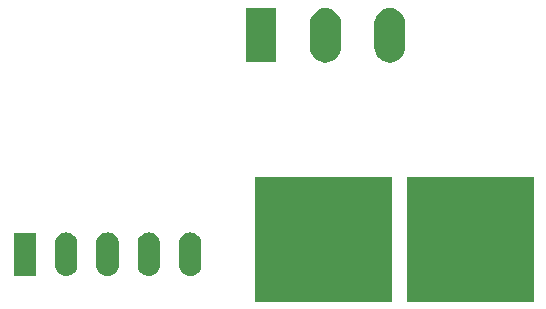
<source format=gbs>
G04 #@! TF.GenerationSoftware,KiCad,Pcbnew,(5.1.2)-2*
G04 #@! TF.CreationDate,2021-03-22T02:30:38-04:00*
G04 #@! TF.ProjectId,Repowered_Electronic_Load_Module,5265706f-7765-4726-9564-5f456c656374,rev?*
G04 #@! TF.SameCoordinates,Original*
G04 #@! TF.FileFunction,Soldermask,Bot*
G04 #@! TF.FilePolarity,Negative*
%FSLAX46Y46*%
G04 Gerber Fmt 4.6, Leading zero omitted, Abs format (unit mm)*
G04 Created by KiCad (PCBNEW (5.1.2)-2) date 2021-03-22 02:30:38*
%MOMM*%
%LPD*%
G04 APERTURE LIST*
%ADD10C,0.100000*%
G04 APERTURE END LIST*
D10*
G36*
X125500000Y-75000000D02*
G01*
X113975000Y-75000000D01*
X113975000Y-64500000D01*
X125500000Y-64500000D01*
X125500000Y-75000000D01*
G37*
X125500000Y-75000000D02*
X113975000Y-75000000D01*
X113975000Y-64500000D01*
X125500000Y-64500000D01*
X125500000Y-75000000D01*
G36*
X137500000Y-75000000D02*
G01*
X126825000Y-75000000D01*
X126825000Y-64500000D01*
X137500000Y-64500000D01*
X137500000Y-75000000D01*
G37*
X137500000Y-75000000D02*
X126825000Y-75000000D01*
X126825000Y-64500000D01*
X137500000Y-64500000D01*
X137500000Y-75000000D01*
G36*
X120298156Y-65922794D02*
G01*
X121019140Y-66066206D01*
X121810972Y-66394193D01*
X122523601Y-66870357D01*
X123129643Y-67476399D01*
X123605807Y-68189028D01*
X123933794Y-68980860D01*
X124060747Y-69619097D01*
X124093609Y-69784304D01*
X124101000Y-69821464D01*
X124101000Y-70678536D01*
X123933794Y-71519140D01*
X123605807Y-72310972D01*
X123129643Y-73023601D01*
X122523601Y-73629643D01*
X121810972Y-74105807D01*
X121019140Y-74433794D01*
X120298156Y-74577206D01*
X120178537Y-74601000D01*
X119321463Y-74601000D01*
X119201844Y-74577206D01*
X118480860Y-74433794D01*
X117689028Y-74105807D01*
X116976399Y-73629643D01*
X116370357Y-73023601D01*
X115894193Y-72310972D01*
X115566206Y-71519140D01*
X115399000Y-70678536D01*
X115399000Y-69821464D01*
X115406392Y-69784304D01*
X115439253Y-69619097D01*
X115566206Y-68980860D01*
X115894193Y-68189028D01*
X116370357Y-67476399D01*
X116976399Y-66870357D01*
X117689028Y-66394193D01*
X118480860Y-66066206D01*
X119201844Y-65922794D01*
X119321463Y-65899000D01*
X120178537Y-65899000D01*
X120298156Y-65922794D01*
X120298156Y-65922794D01*
G37*
G36*
X132998156Y-65922794D02*
G01*
X133719140Y-66066206D01*
X134510972Y-66394193D01*
X135223601Y-66870357D01*
X135829643Y-67476399D01*
X136305807Y-68189028D01*
X136633794Y-68980860D01*
X136760747Y-69619097D01*
X136793609Y-69784304D01*
X136801000Y-69821464D01*
X136801000Y-70678536D01*
X136633794Y-71519140D01*
X136305807Y-72310972D01*
X135829643Y-73023601D01*
X135223601Y-73629643D01*
X134510972Y-74105807D01*
X133719140Y-74433794D01*
X132998156Y-74577206D01*
X132878537Y-74601000D01*
X132021463Y-74601000D01*
X131901844Y-74577206D01*
X131180860Y-74433794D01*
X130389028Y-74105807D01*
X129676399Y-73629643D01*
X129070357Y-73023601D01*
X128594193Y-72310972D01*
X128266206Y-71519140D01*
X128099000Y-70678536D01*
X128099000Y-69821464D01*
X128106392Y-69784304D01*
X128139253Y-69619097D01*
X128266206Y-68980860D01*
X128594193Y-68189028D01*
X129070357Y-67476399D01*
X129676399Y-66870357D01*
X130389028Y-66394193D01*
X131180860Y-66066206D01*
X131901844Y-65922794D01*
X132021463Y-65899000D01*
X132878537Y-65899000D01*
X132998156Y-65922794D01*
X132998156Y-65922794D01*
G37*
G36*
X105186424Y-69212760D02*
G01*
X105186427Y-69212761D01*
X105186428Y-69212761D01*
X105365692Y-69267140D01*
X105365695Y-69267142D01*
X105365696Y-69267142D01*
X105530903Y-69355446D01*
X105675712Y-69474288D01*
X105794554Y-69619097D01*
X105863988Y-69749000D01*
X105882860Y-69784307D01*
X105937239Y-69963571D01*
X105937240Y-69963575D01*
X105951000Y-70103282D01*
X105951000Y-71996718D01*
X105937240Y-72136425D01*
X105937239Y-72136428D01*
X105937239Y-72136429D01*
X105882860Y-72315693D01*
X105882858Y-72315696D01*
X105882858Y-72315697D01*
X105794554Y-72480903D01*
X105675712Y-72625712D01*
X105530903Y-72744554D01*
X105383425Y-72823382D01*
X105365693Y-72832860D01*
X105186429Y-72887239D01*
X105186428Y-72887239D01*
X105186425Y-72887240D01*
X105000000Y-72905601D01*
X104813576Y-72887240D01*
X104813573Y-72887239D01*
X104813572Y-72887239D01*
X104634308Y-72832860D01*
X104616576Y-72823382D01*
X104469098Y-72744554D01*
X104324289Y-72625712D01*
X104205447Y-72480903D01*
X104117143Y-72315697D01*
X104117143Y-72315696D01*
X104117141Y-72315693D01*
X104062762Y-72136429D01*
X104062762Y-72136428D01*
X104062761Y-72136425D01*
X104049000Y-71996717D01*
X104049000Y-70103283D01*
X104062760Y-69963576D01*
X104062761Y-69963572D01*
X104117140Y-69784308D01*
X104117143Y-69784303D01*
X104205446Y-69619097D01*
X104324288Y-69474288D01*
X104469097Y-69355446D01*
X104634303Y-69267142D01*
X104634304Y-69267142D01*
X104634307Y-69267140D01*
X104813571Y-69212761D01*
X104813572Y-69212761D01*
X104813575Y-69212760D01*
X105000000Y-69194399D01*
X105186424Y-69212760D01*
X105186424Y-69212760D01*
G37*
G36*
X108686424Y-69212760D02*
G01*
X108686427Y-69212761D01*
X108686428Y-69212761D01*
X108865692Y-69267140D01*
X108865695Y-69267142D01*
X108865696Y-69267142D01*
X109030903Y-69355446D01*
X109175712Y-69474288D01*
X109294554Y-69619097D01*
X109363988Y-69749000D01*
X109382860Y-69784307D01*
X109437239Y-69963571D01*
X109437240Y-69963575D01*
X109451000Y-70103282D01*
X109451000Y-71996718D01*
X109437240Y-72136425D01*
X109437239Y-72136428D01*
X109437239Y-72136429D01*
X109382860Y-72315693D01*
X109382858Y-72315696D01*
X109382858Y-72315697D01*
X109294554Y-72480903D01*
X109175712Y-72625712D01*
X109030903Y-72744554D01*
X108883425Y-72823382D01*
X108865693Y-72832860D01*
X108686429Y-72887239D01*
X108686428Y-72887239D01*
X108686425Y-72887240D01*
X108500000Y-72905601D01*
X108313576Y-72887240D01*
X108313573Y-72887239D01*
X108313572Y-72887239D01*
X108134308Y-72832860D01*
X108116576Y-72823382D01*
X107969098Y-72744554D01*
X107824289Y-72625712D01*
X107705447Y-72480903D01*
X107617143Y-72315697D01*
X107617143Y-72315696D01*
X107617141Y-72315693D01*
X107562762Y-72136429D01*
X107562762Y-72136428D01*
X107562761Y-72136425D01*
X107549000Y-71996717D01*
X107549000Y-70103283D01*
X107562760Y-69963576D01*
X107562761Y-69963572D01*
X107617140Y-69784308D01*
X107617143Y-69784303D01*
X107705446Y-69619097D01*
X107824288Y-69474288D01*
X107969097Y-69355446D01*
X108134303Y-69267142D01*
X108134304Y-69267142D01*
X108134307Y-69267140D01*
X108313571Y-69212761D01*
X108313572Y-69212761D01*
X108313575Y-69212760D01*
X108500000Y-69194399D01*
X108686424Y-69212760D01*
X108686424Y-69212760D01*
G37*
G36*
X101686424Y-69212760D02*
G01*
X101686427Y-69212761D01*
X101686428Y-69212761D01*
X101865692Y-69267140D01*
X101865695Y-69267142D01*
X101865696Y-69267142D01*
X102030903Y-69355446D01*
X102175712Y-69474288D01*
X102294554Y-69619097D01*
X102363988Y-69749000D01*
X102382860Y-69784307D01*
X102437239Y-69963571D01*
X102437240Y-69963575D01*
X102451000Y-70103282D01*
X102451000Y-71996718D01*
X102437240Y-72136425D01*
X102437239Y-72136428D01*
X102437239Y-72136429D01*
X102382860Y-72315693D01*
X102382858Y-72315696D01*
X102382858Y-72315697D01*
X102294554Y-72480903D01*
X102175712Y-72625712D01*
X102030903Y-72744554D01*
X101883425Y-72823382D01*
X101865693Y-72832860D01*
X101686429Y-72887239D01*
X101686428Y-72887239D01*
X101686425Y-72887240D01*
X101500000Y-72905601D01*
X101313576Y-72887240D01*
X101313573Y-72887239D01*
X101313572Y-72887239D01*
X101134308Y-72832860D01*
X101116576Y-72823382D01*
X100969098Y-72744554D01*
X100824289Y-72625712D01*
X100705447Y-72480903D01*
X100617143Y-72315697D01*
X100617143Y-72315696D01*
X100617141Y-72315693D01*
X100562762Y-72136429D01*
X100562762Y-72136428D01*
X100562761Y-72136425D01*
X100549000Y-71996717D01*
X100549000Y-70103283D01*
X100562760Y-69963576D01*
X100562761Y-69963572D01*
X100617140Y-69784308D01*
X100617143Y-69784303D01*
X100705446Y-69619097D01*
X100824288Y-69474288D01*
X100969097Y-69355446D01*
X101134303Y-69267142D01*
X101134304Y-69267142D01*
X101134307Y-69267140D01*
X101313571Y-69212761D01*
X101313572Y-69212761D01*
X101313575Y-69212760D01*
X101500000Y-69194399D01*
X101686424Y-69212760D01*
X101686424Y-69212760D01*
G37*
G36*
X98186424Y-69212760D02*
G01*
X98186427Y-69212761D01*
X98186428Y-69212761D01*
X98365692Y-69267140D01*
X98365695Y-69267142D01*
X98365696Y-69267142D01*
X98530903Y-69355446D01*
X98675712Y-69474288D01*
X98794554Y-69619097D01*
X98863988Y-69749000D01*
X98882860Y-69784307D01*
X98937239Y-69963571D01*
X98937240Y-69963575D01*
X98951000Y-70103282D01*
X98951000Y-71996718D01*
X98937240Y-72136425D01*
X98937239Y-72136428D01*
X98937239Y-72136429D01*
X98882860Y-72315693D01*
X98882858Y-72315696D01*
X98882858Y-72315697D01*
X98794554Y-72480903D01*
X98675712Y-72625712D01*
X98530903Y-72744554D01*
X98383425Y-72823382D01*
X98365693Y-72832860D01*
X98186429Y-72887239D01*
X98186428Y-72887239D01*
X98186425Y-72887240D01*
X98000000Y-72905601D01*
X97813576Y-72887240D01*
X97813573Y-72887239D01*
X97813572Y-72887239D01*
X97634308Y-72832860D01*
X97616576Y-72823382D01*
X97469098Y-72744554D01*
X97324289Y-72625712D01*
X97205447Y-72480903D01*
X97117143Y-72315697D01*
X97117143Y-72315696D01*
X97117141Y-72315693D01*
X97062762Y-72136429D01*
X97062762Y-72136428D01*
X97062761Y-72136425D01*
X97049000Y-71996717D01*
X97049000Y-70103283D01*
X97062760Y-69963576D01*
X97062761Y-69963572D01*
X97117140Y-69784308D01*
X97117143Y-69784303D01*
X97205446Y-69619097D01*
X97324288Y-69474288D01*
X97469097Y-69355446D01*
X97634303Y-69267142D01*
X97634304Y-69267142D01*
X97634307Y-69267140D01*
X97813571Y-69212761D01*
X97813572Y-69212761D01*
X97813575Y-69212760D01*
X98000000Y-69194399D01*
X98186424Y-69212760D01*
X98186424Y-69212760D01*
G37*
G36*
X95310915Y-69202934D02*
G01*
X95343424Y-69212795D01*
X95373382Y-69228809D01*
X95399641Y-69250359D01*
X95421191Y-69276618D01*
X95437205Y-69306576D01*
X95447066Y-69339085D01*
X95451000Y-69379029D01*
X95451000Y-72720971D01*
X95447066Y-72760915D01*
X95437205Y-72793424D01*
X95421191Y-72823382D01*
X95399641Y-72849641D01*
X95373382Y-72871191D01*
X95343424Y-72887205D01*
X95310915Y-72897066D01*
X95270971Y-72901000D01*
X93729029Y-72901000D01*
X93689085Y-72897066D01*
X93656576Y-72887205D01*
X93626618Y-72871191D01*
X93600359Y-72849641D01*
X93578809Y-72823382D01*
X93562795Y-72793424D01*
X93552934Y-72760915D01*
X93549000Y-72720971D01*
X93549000Y-69379029D01*
X93552934Y-69339085D01*
X93562795Y-69306576D01*
X93578809Y-69276618D01*
X93600359Y-69250359D01*
X93626618Y-69228809D01*
X93656576Y-69212795D01*
X93689085Y-69202934D01*
X93729029Y-69199000D01*
X95270971Y-69199000D01*
X95310915Y-69202934D01*
X95310915Y-69202934D01*
G37*
G36*
X125655039Y-50217825D02*
G01*
X125900279Y-50292218D01*
X126126293Y-50413025D01*
X126324396Y-50575604D01*
X126486975Y-50773706D01*
X126607782Y-50999720D01*
X126682175Y-51244960D01*
X126701000Y-51436095D01*
X126701000Y-53563905D01*
X126682175Y-53755040D01*
X126607782Y-54000280D01*
X126486975Y-54226294D01*
X126444624Y-54277899D01*
X126324397Y-54424397D01*
X126177899Y-54544624D01*
X126126294Y-54586975D01*
X125900280Y-54707782D01*
X125655040Y-54782175D01*
X125400000Y-54807294D01*
X125144961Y-54782175D01*
X124899721Y-54707782D01*
X124673707Y-54586975D01*
X124622102Y-54544624D01*
X124475604Y-54424397D01*
X124355377Y-54277899D01*
X124313026Y-54226294D01*
X124192219Y-54000280D01*
X124117826Y-53755040D01*
X124099001Y-53563905D01*
X124099000Y-51436096D01*
X124117825Y-51244961D01*
X124192218Y-50999721D01*
X124313025Y-50773707D01*
X124475604Y-50575604D01*
X124673706Y-50413025D01*
X124673705Y-50413025D01*
X124673707Y-50413024D01*
X124899718Y-50292219D01*
X124899720Y-50292218D01*
X125144960Y-50217825D01*
X125400000Y-50192706D01*
X125655039Y-50217825D01*
X125655039Y-50217825D01*
G37*
G36*
X120205039Y-50217825D02*
G01*
X120450279Y-50292218D01*
X120676293Y-50413025D01*
X120874396Y-50575604D01*
X121036975Y-50773706D01*
X121157782Y-50999720D01*
X121232175Y-51244960D01*
X121251000Y-51436095D01*
X121251000Y-53563905D01*
X121232175Y-53755040D01*
X121157782Y-54000280D01*
X121036975Y-54226294D01*
X120994624Y-54277899D01*
X120874397Y-54424397D01*
X120727899Y-54544624D01*
X120676294Y-54586975D01*
X120450280Y-54707782D01*
X120205040Y-54782175D01*
X119950000Y-54807294D01*
X119694961Y-54782175D01*
X119449721Y-54707782D01*
X119223707Y-54586975D01*
X119172102Y-54544624D01*
X119025604Y-54424397D01*
X118905377Y-54277899D01*
X118863026Y-54226294D01*
X118742219Y-54000280D01*
X118667826Y-53755040D01*
X118649001Y-53563905D01*
X118649000Y-51436096D01*
X118667825Y-51244961D01*
X118742218Y-50999721D01*
X118863025Y-50773707D01*
X119025604Y-50575604D01*
X119223706Y-50413025D01*
X119223705Y-50413025D01*
X119223707Y-50413024D01*
X119449718Y-50292219D01*
X119449720Y-50292218D01*
X119694960Y-50217825D01*
X119950000Y-50192706D01*
X120205039Y-50217825D01*
X120205039Y-50217825D01*
G37*
G36*
X115801000Y-54801000D02*
G01*
X113199000Y-54801000D01*
X113199000Y-50199000D01*
X115801000Y-50199000D01*
X115801000Y-54801000D01*
X115801000Y-54801000D01*
G37*
M02*

</source>
